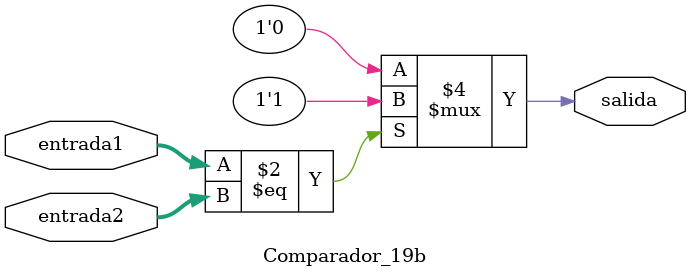
<source format=v>
`timescale 1ns / 1ps


module Comparador_19b(entrada1, entrada2, salida
    );
    
    input [18:0] entrada1, entrada2;
    output reg salida;
    
    always @(entrada1)
        if (entrada1 == entrada2)
            salida <= 1'b1;
        else 
            salida <= 1'b0;
endmodule

</source>
